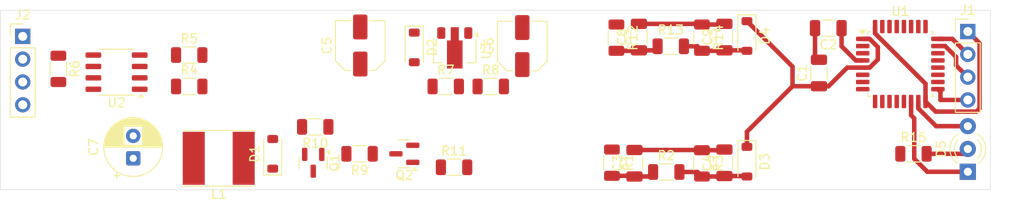
<source format=kicad_pcb>
(kicad_pcb (version 20241229) (generator "pcbnew") (generator_version "9.0")
  (layers (0 "F.Cu" signal) (2 "B.Cu" signal) (13 "F.Paste" user) (15 "B.Paste" user) (5 "F.SilkS" user "F.Silkscreen") (7 "B.SilkS" user "B.Silkscreen") (1 "F.Mask" user) (3 "B.Mask" user) (25 "Edge.Cuts" user))
  (net 0 "")
  (net 1 "+3V3")
  (net 2 "GND")
  (net 3 "Net-(U1-NRST)")
  (net 4 "Net-(C3-Pad1)")
  (net 5 "batt_med_pa0")
  (net 6 "+12V")
  (net 7 "Lion_Batt")
  (net 8 "Net-(C8-Pad1)")
  (net 9 "charger_in_pa1")
  (net 10 "Net-(D1-K)")
  (net 11 "led_red_pa3")
  (net 12 "Net-(D5-K)")
  (net 13 "led_green_pa2")
  (net 14 "Net-(J1-Pin_3)")
  (net 15 "Net-(J1-Pin_2)")
  (net 16 "canl")
  (net 17 "canh")
  (net 18 "Net-(Q1-G)")
  (net 19 "Net-(Q2-C)")
  (net 20 "Net-(Q2-B)")
  (net 21 "Net-(U2-TxD)")
  (net 22 "can_tx_pa12")
  (net 23 "can_rx_pa11")
  (net 24 "Net-(U2-RxD)")
  (net 25 "Net-(U3-ADJ)")
  (net 26 "pwm_out_pa6")
  (net 33 "out_enable_pa7")
  (footprint "Package_QFP:LQFP-32_7x7mm_P0.8mm" (layer "F.Cu") (at 197.5 100.5)
    (property "Reference" "U1" (at 0 -5.88 0) (layer "F.SilkS"))
    (property "Value" "STM32F042K6Tx")
    (fp_line (start -3.61 -3.61) (end -3.61 -3.31) (stroke (width 0.12)) (layer "F.SilkS"))
    (fp_line (start -3.61 3.61) (end -3.61 3.31) (stroke (width 0.12)) (layer "F.SilkS"))
    (fp_line (start -3.31 -3.61) (end -3.61 -3.61) (stroke (width 0.12)) (layer "F.SilkS"))
    (fp_line (start -3.31 3.61) (end -3.61 3.61) (stroke (width 0.12)) (layer "F.SilkS"))
    (fp_line (start 3.31 -3.61) (end 3.61 -3.61) (stroke (width 0.12)) (layer "F.SilkS"))
    (fp_line (start 3.31 3.61) (end 3.61 3.61) (stroke (width 0.12)) (layer "F.SilkS"))
    (fp_line (start 3.61 -3.61) (end 3.61 -3.31) (stroke (width 0.12)) (layer "F.SilkS"))
    (fp_line (start 3.61 3.61) (end 3.61 3.31) (stroke (width 0.12)) (layer "F.SilkS"))
    (fp_poly (pts (xy -4.2125 -3.31) (xy -4.5525 -3.78) (xy -3.8725 -3.78)) (stroke (width 0.12)) (fill yes) (layer "F.SilkS"))
    (pad "1" smd roundrect (at -4.175 -2.8) (size 1.5 0.5) (layers "F.Cu" "F.Mask" "F.Paste") (net 1 "+3V3"))
    (pad "2" smd roundrect (at -4.175 -2) (size 1.5 0.5) (layers "F.Cu" "F.Mask" "F.Paste"))
    (pad "3" smd roundrect (at -4.175 -1.2) (size 1.5 0.5) (layers "F.Cu" "F.Mask" "F.Paste"))
    (pad "4" smd roundrect (at -4.175 -0.4) (size 1.5 0.5) (layers "F.Cu" "F.Mask" "F.Paste") (net 3 "Net-(U1-NRST)"))
    (pad "5" smd roundrect (at -4.175 0.4) (size 1.5 0.5) (layers "F.Cu" "F.Mask" "F.Paste") (net 1 "+3V3"))
    (pad "6" smd roundrect (at -4.175 1.2) (size 1.5 0.5) (layers "F.Cu" "F.Mask" "F.Paste") (net 5 "batt_med_pa0"))
    (pad "7" smd roundrect (at -4.175 2) (size 1.5 0.5) (layers "F.Cu" "F.Mask" "F.Paste") (net 9 "charger_in_pa1"))
    (pad "8" smd roundrect (at -4.175 2.8) (size 1.5 0.5) (layers "F.Cu" "F.Mask" "F.Paste"))
    (pad "9" smd roundrect (at -2.8 4.175) (size 0.5 1.5) (layers "F.Cu" "F.Mask" "F.Paste"))
    (pad "10" smd roundrect (at -2 4.175) (size 0.5 1.5) (layers "F.Cu" "F.Mask" "F.Paste"))
    (pad "11" smd roundrect (at -1.2 4.175) (size 0.5 1.5) (layers "F.Cu" "F.Mask" "F.Paste"))
    (pad "12" smd roundrect (at -0.4 4.175) (size 0.5 1.5) (layers "F.Cu" "F.Mask" "F.Paste") (net 26 "pwm_out_pa6"))
    (pad "13" smd roundrect (at 0.4 4.175) (size 0.5 1.5) (layers "F.Cu" "F.Mask" "F.Paste") (net 33 "out_enable_pa7"))
    (pad "14" smd roundrect (at 1.2 4.175) (size 0.5 1.5) (layers "F.Cu" "F.Mask" "F.Paste") (net 11 "led_red_pa3"))
    (pad "15" smd roundrect (at 2 4.175) (size 0.5 1.5) (layers "F.Cu" "F.Mask" "F.Paste") (net 13 "led_green_pa2"))
    (pad "16" smd roundrect (at 2.8 4.175) (size 0.5 1.5) (layers "F.Cu" "F.Mask" "F.Paste") (net 2 "GND"))
    (pad "17" smd roundrect (at 4.175 2.8) (size 1.5 0.5) (layers "F.Cu" "F.Mask" "F.Paste") (net 1 "+3V3"))
    (pad "18" smd roundrect (at 4.175 2) (size 1.5 0.5) (layers "F.Cu" "F.Mask" "F.Paste"))
    (pad "19" smd roundrect (at 4.175 1.2) (size 1.5 0.5) (layers "F.Cu" "F.Mask" "F.Paste"))
    (pad "20" smd roundrect (at 4.175 0.4) (size 1.5 0.5) (layers "F.Cu" "F.Mask" "F.Paste"))
    (pad "21" smd roundrect (at 4.175 -0.4) (size 1.5 0.5) (layers "F.Cu" "F.Mask" "F.Paste") (net 23 "can_rx_pa11"))
    (pad "22" smd roundrect (at 4.175 -1.2) (size 1.5 0.5) (layers "F.Cu" "F.Mask" "F.Paste") (net 22 "can_tx_pa12"))
    (pad "23" smd roundrect (at 4.175 -2) (size 1.5 0.5) (layers "F.Cu" "F.Mask" "F.Paste") (net 14 "Net-(J1-Pin_3)"))
    (pad "24" smd roundrect (at 4.175 -2.8) (size 1.5 0.5) (layers "F.Cu" "F.Mask" "F.Paste") (net 15 "Net-(J1-Pin_2)"))
    (pad "25" smd roundrect (at 2.8 -4.175) (size 0.5 1.5) (layers "F.Cu" "F.Mask" "F.Paste"))
    (pad "26" smd roundrect (at 2 -4.175) (size 0.5 1.5) (layers "F.Cu" "F.Mask" "F.Paste"))
    (pad "27" smd roundrect (at 1.2 -4.175) (size 0.5 1.5) (layers "F.Cu" "F.Mask" "F.Paste"))
    (pad "28" smd roundrect (at 0.4 -4.175) (size 0.5 1.5) (layers "F.Cu" "F.Mask" "F.Paste"))
    (pad "29" smd roundrect (at -0.4 -4.175) (size 0.5 1.5) (layers "F.Cu" "F.Mask" "F.Paste"))
    (pad "30" smd roundrect (at -1.2 -4.175) (size 0.5 1.5) (layers "F.Cu" "F.Mask" "F.Paste"))
    (pad "31" smd roundrect (at -2 -4.175) (size 0.5 1.5) (layers "F.Cu" "F.Mask" "F.Paste"))
    (pad "32" smd roundrect (at -2.8 -4.175) (size 0.5 1.5) (layers "F.Cu" "F.Mask" "F.Paste") (net 2 "GND"))
  )
  (footprint "Capacitor_SMD:C_1206_3216Metric" (layer "F.Cu") (at 168.46 97.5 90)
    (property "Reference" "C8" (at 0 -1.85 90) (layer "F.SilkS"))
    (property "Value" "10nF")
    (fp_line (start -0.711252 -0.91) (end 0.711252 -0.91) (stroke (width 0.12)) (layer "F.SilkS"))
    (fp_line (start -0.711252 0.91) (end 0.711252 0.91) (stroke (width 0.12)) (layer "F.SilkS"))
    (pad "1" smd roundrect (at -1.475 0 90) (size 1.15 1.8) (layers "F.Cu" "F.Mask" "F.Paste") (roundrect_rratio 0.217391) (net 8 "Net-(C8-Pad1)"))
    (pad "2" smd roundrect (at 1.475 0 90) (size 1.15 1.8) (layers "F.Cu" "F.Mask" "F.Paste") (roundrect_rratio 0.217391) (net 2 "GND"))
  )
  (footprint "Diode_SMD:D_SOD-123" (layer "F.Cu") (at 127.775 110.5 90)
    (property "Reference" "D1" (at 0 -2 90) (layer "F.SilkS"))
    (property "Value" "BAT42W-V")
    (fp_line (start -2.36 -1) (end 1.65 -1) (stroke (width 0.12)) (layer "F.SilkS"))
    (fp_line (start -2.36 -1) (end -2.36 1) (stroke (width 0.12)) (layer "F.SilkS"))
    (fp_line (start -2.36 1) (end 1.65 1) (stroke (width 0.12)) (layer "F.SilkS"))
    (pad "1" smd roundrect (at -1.65 0 90) (size 0.9 1.2) (layers "F.Cu" "F.Mask" "F.Paste") (net 10 "Net-(D1-K)"))
    (pad "2" smd roundrect (at 1.65 0 90) (size 0.9 1.2) (layers "F.Cu" "F.Mask" "F.Paste") (net 2 "GND"))
  )
  (footprint "Resistor_SMD:R_1206_3216Metric" (layer "F.Cu") (at 198.9625 110.5)
    (property "Reference" "R15" (at 0 -1.83 0) (layer "F.SilkS"))
    (property "Value" "470R")
    (fp_line (start -0.727064 -0.91) (end 0.727064 -0.91) (stroke (width 0.12)) (layer "F.SilkS"))
    (fp_line (start -0.727064 0.91) (end 0.727064 0.91) (stroke (width 0.12)) (layer "F.SilkS"))
    (pad "1" smd roundrect (at -1.4625 0) (size 1.125 1.75) (layers "F.Cu" "F.Mask" "F.Paste") (roundrect_rratio 0.222222) (net 2 "GND"))
    (pad "2" smd roundrect (at 1.4625 0) (size 1.125 1.75) (layers "F.Cu" "F.Mask" "F.Paste") (roundrect_rratio 0.222222) (net 12 "Net-(D5-K)"))
  )
  (footprint "Diode_SMD:D_SOD-123" (layer "F.Cu") (at 143.5 98.65 -90)
    (property "Reference" "D2" (at 0 -2 90) (layer "F.SilkS"))
    (property "Value" "BAT42W-V")
    (fp_line (start -2.36 1) (end 1.65 1) (stroke (width 0.12)) (layer "F.SilkS"))
    (fp_line (start -2.36 -1) (end -2.36 1) (stroke (width 0.12)) (layer "F.SilkS"))
    (fp_line (start -2.36 -1) (end 1.65 -1) (stroke (width 0.12)) (layer "F.SilkS"))
    (pad "1" smd roundrect (at -1.65 0 270) (size 0.9 1.2) (layers "F.Cu" "F.Mask" "F.Paste") (net 6 "+12V"))
    (pad "2" smd roundrect (at 1.65 0 270) (size 0.9 1.2) (layers "F.Cu" "F.Mask" "F.Paste") (net 7 "Lion_Batt"))
  )
  (footprint "Package_TO_SOT_SMD:SOT-23" (layer "F.Cu") (at 142.3975 110.5 180)
    (property "Reference" "Q2" (at 0 -2.4 0) (layer "F.SilkS"))
    (property "Value" "BC817")
    (fp_line (start 0 1.56) (end 0.65 1.56) (stroke (width 0.12)) (layer "F.SilkS"))
    (fp_line (start 0 1.56) (end -0.65 1.56) (stroke (width 0.12)) (layer "F.SilkS"))
    (fp_line (start 0 -1.56) (end 0.65 -1.56) (stroke (width 0.12)) (layer "F.SilkS"))
    (fp_line (start 0 -1.56) (end -0.65 -1.56) (stroke (width 0.12)) (layer "F.SilkS"))
    (fp_poly (pts (xy -1.1625 -1.51) (xy -1.4025 -1.84) (xy -0.9225 -1.84)) (stroke (width 0.12)) (fill yes) (layer "F.SilkS"))
    (pad "1" smd roundrect (at -0.9375 -0.95 180) (size 1.475 0.6) (layers "F.Cu" "F.Mask" "F.Paste") (net 20 "Net-(Q2-B)"))
    (pad "2" smd roundrect (at -0.9375 0.95 180) (size 1.475 0.6) (layers "F.Cu" "F.Mask" "F.Paste") (net 2 "GND"))
    (pad "3" smd roundrect (at 0.9375 0 180) (size 1.475 0.6) (layers "F.Cu" "F.Mask" "F.Paste") (net 19 "Net-(Q2-C)"))
  )
  (footprint "Resistor_SMD:R_1206_3216Metric" (layer "F.Cu") (at 118.4975 99.5)
    (property "Reference" "R5" (at 0 -1.83 0) (layer "F.SilkS"))
    (property "Value" "10k")
    (fp_line (start -0.727064 -0.91) (end 0.727064 -0.91) (stroke (width 0.12)) (layer "F.SilkS"))
    (fp_line (start -0.727064 0.91) (end 0.727064 0.91) (stroke (width 0.12)) (layer "F.SilkS"))
    (pad "1" smd roundrect (at -1.4625 0) (size 1.125 1.75) (layers "F.Cu" "F.Mask" "F.Paste") (roundrect_rratio 0.222222) (net 23 "can_rx_pa11"))
    (pad "2" smd roundrect (at 1.4625 0) (size 1.125 1.75) (layers "F.Cu" "F.Mask" "F.Paste") (roundrect_rratio 0.222222) (net 24 "Net-(U2-RxD)"))
  )
  (footprint "Resistor_SMD:R_1206_3216Metric" (layer "F.Cu") (at 151.9975 103)
    (property "Reference" "R8" (at 0 -1.83 0) (layer "F.SilkS"))
    (property "Value" "1k2")
    (fp_line (start -0.727064 -0.91) (end 0.727064 -0.91) (stroke (width 0.12)) (layer "F.SilkS"))
    (fp_line (start -0.727064 0.91) (end 0.727064 0.91) (stroke (width 0.12)) (layer "F.SilkS"))
    (pad "1" smd roundrect (at -1.4625 0) (size 1.125 1.75) (layers "F.Cu" "F.Mask" "F.Paste") (roundrect_rratio 0.222222) (net 25 "Net-(U3-ADJ)"))
    (pad "2" smd roundrect (at 1.4625 0) (size 1.125 1.75) (layers "F.Cu" "F.Mask" "F.Paste") (roundrect_rratio 0.222222) (net 1 "+3V3"))
  )
  (footprint "Resistor_SMD:R_1206_3216Metric" (layer "F.Cu") (at 175.46 111.5625 -90)
    (property "Reference" "R3" (at 0 -1.83 90) (layer "F.SilkS"))
    (property "Value" "1k2")
    (fp_line (start -0.727064 0.91) (end 0.727064 0.91) (stroke (width 0.12)) (layer "F.SilkS"))
    (fp_line (start -0.727064 -0.91) (end 0.727064 -0.91) (stroke (width 0.12)) (layer "F.SilkS"))
    (pad "1" smd roundrect (at -1.4625 0 270) (size 1.125 1.75) (layers "F.Cu" "F.Mask" "F.Paste") (roundrect_rratio 0.222222) (net 2 "GND"))
    (pad "2" smd roundrect (at 1.4625 0 270) (size 1.125 1.75) (layers "F.Cu" "F.Mask" "F.Paste") (roundrect_rratio 0.222222) (net 5 "batt_med_pa0"))
  )
  (footprint "Resistor_SMD:R_1206_3216Metric" (layer "F.Cu") (at 165.96 97.5625 -90)
    (property "Reference" "R12" (at 0 -1.83 90) (layer "F.SilkS"))
    (property "Value" "4k7")
    (fp_line (start -0.727064 0.91) (end 0.727064 0.91) (stroke (width 0.12)) (layer "F.SilkS"))
    (fp_line (start -0.727064 -0.91) (end 0.727064 -0.91) (stroke (width 0.12)) (layer "F.SilkS"))
    (pad "1" smd roundrect (at -1.4625 0 270) (size 1.125 1.75) (layers "F.Cu" "F.Mask" "F.Paste") (roundrect_rratio 0.222222) (net 6 "+12V"))
    (pad "2" smd roundrect (at 1.4625 0 270) (size 1.125 1.75) (layers "F.Cu" "F.Mask" "F.Paste") (roundrect_rratio 0.222222) (net 8 "Net-(C8-Pad1)"))
  )
  (footprint "Capacitor_SMD:C_1206_3216Metric" (layer "F.Cu") (at 188.46 101.5 90)
    (property "Reference" "C1" (at 0 -1.85 90) (layer "F.SilkS"))
    (property "Value" "100nF")
    (fp_line (start -0.711252 -0.91) (end 0.711252 -0.91) (stroke (width 0.12)) (layer "F.SilkS"))
    (fp_line (start -0.711252 0.91) (end 0.711252 0.91) (stroke (width 0.12)) (layer "F.SilkS"))
    (pad "1" smd roundrect (at -1.475 0 90) (size 1.15 1.8) (layers "F.Cu" "F.Mask" "F.Paste") (roundrect_rratio 0.217391) (net 1 "+3V3"))
    (pad "2" smd roundrect (at 1.475 0 90) (size 1.15 1.8) (layers "F.Cu" "F.Mask" "F.Paste") (roundrect_rratio 0.217391) (net 2 "GND"))
  )
  (footprint "Resistor_SMD:R_1206_3216Metric" (layer "F.Cu") (at 165.46 111.4875 -90)
    (property "Reference" "R1" (at 0 -1.83 90) (layer "F.SilkS"))
    (property "Value" "4k7")
    (fp_line (start -0.727064 0.91) (end 0.727064 0.91) (stroke (width 0.12)) (layer "F.SilkS"))
    (fp_line (start -0.727064 -0.91) (end 0.727064 -0.91) (stroke (width 0.12)) (layer "F.SilkS"))
    (pad "1" smd roundrect (at -1.4625 0 270) (size 1.125 1.75) (layers "F.Cu" "F.Mask" "F.Paste") (roundrect_rratio 0.222222) (net 7 "Lion_Batt"))
    (pad "2" smd roundrect (at 1.4625 0 270) (size 1.125 1.75) (layers "F.Cu" "F.Mask" "F.Paste") (roundrect_rratio 0.222222) (net 4 "Net-(C3-Pad1)"))
  )
  (footprint "Package_TO_SOT_SMD:SOT-89-3" (layer "F.Cu") (at 148 99 -90)
    (property "Reference" "U3" (at 0 -3.5 90) (layer "F.SilkS"))
    (property "Value" "LM317L_SOT-89")
    (fp_line (start 1.36 2.36) (end -1.36 2.36) (stroke (width 0.12)) (layer "F.SilkS"))
    (fp_line (start 1.36 1.38) (end 1.36 2.36) (stroke (width 0.12)) (layer "F.SilkS"))
    (fp_line (start 1.36 -1.38) (end 1.36 -2.36) (stroke (width 0.12)) (layer "F.SilkS"))
    (fp_line (start -1.22 -2.36) (end 1.36 -2.36) (stroke (width 0.12)) (layer "F.SilkS"))
    (fp_poly (pts (xy -1.77 -2.21) (xy -2.01 -2.54) (xy -1.53 -2.54) (xy -1.77 -2.21)) (stroke (width 0.12)) (fill yes) (layer "F.SilkS"))
    (pad "1" smd roundrect (at -1.95 -1.5 270) (size 1.3 0.9) (layers "F.Cu" "F.Mask" "F.Paste") (net 25 "Net-(U3-ADJ)"))
    (pad "2" smd custom (at -1.8625 0 270) (size 1.475 0.9) (layers "F.Cu" "F.Mask" "F.Paste") (net 1 "+3V3") (options (clearance outline) (anchor rect)) (primitives (gr_poly (pts (xy 3.8625 0.8665) (xy 0.7375 0.8665) (xy 0.7375 -0.8665) (xy 3.8625 -0.8665)) (width 0) (fill yes))))
    (pad "3" smd roundrect (at -1.95 1.5 270) (size 1.3 0.9) (layers "F.Cu" "F.Mask" "F.Paste") (net 6 "+12V"))
  )
  (footprint "Capacitor_SMD:C_1206_3216Metric" (layer "F.Cu") (at 177.96 97.5 90)
    (property "Reference" "C9" (at 0 -1.85 90) (layer "F.SilkS"))
    (property "Value" "10nF")
    (fp_line (start -0.711252 -0.91) (end 0.711252 -0.91) (stroke (width 0.12)) (layer "F.SilkS"))
    (fp_line (start -0.711252 0.91) (end 0.711252 0.91) (stroke (width 0.12)) (layer "F.SilkS"))
    (pad "1" smd roundrect (at -1.475 0 90) (size 1.15 1.8) (layers "F.Cu" "F.Mask" "F.Paste") (roundrect_rratio 0.217391) (net 9 "charger_in_pa1"))
    (pad "2" smd roundrect (at 1.475 0 90) (size 1.15 1.8) (layers "F.Cu" "F.Mask" "F.Paste") (roundrect_rratio 0.217391) (net 2 "GND"))
  )
  (footprint "Diode_SMD:D_SOD-123" (layer "F.Cu") (at 180.46 111.375 -90)
    (property "Reference" "D3" (at 0 -2 90) (layer "F.SilkS"))
    (property "Value" "BAT42W-V")
    (fp_line (start -2.36 1) (end 1.65 1) (stroke (width 0.12)) (layer "F.SilkS"))
    (fp_line (start -2.36 -1) (end -2.36 1) (stroke (width 0.12)) (layer "F.SilkS"))
    (fp_line (start -2.36 -1) (end 1.65 -1) (stroke (width 0.12)) (layer "F.SilkS"))
    (pad "1" smd roundrect (at -1.65 0 270) (size 0.9 1.2) (layers "F.Cu" "F.Mask" "F.Paste") (net 1 "+3V3"))
    (pad "2" smd roundrect (at 1.65 0 270) (size 0.9 1.2) (layers "F.Cu" "F.Mask" "F.Paste") (net 5 "batt_med_pa0"))
  )
  (footprint "Capacitor_THT:CP_Radial_D6.3mm_P2.50mm" (layer "F.Cu") (at 112.275 111 90)
    (property "Reference" "C7" (at 1.25 -4.4 90) (layer "F.SilkS"))
    (property "Value" "470uF")
    (fp_line (start 1.29 -3.23) (end 1.29 3.23) (stroke (width 0.12)) (layer "F.SilkS"))
    (fp_line (start 1.25 -3.23) (end 1.25 3.23) (stroke (width 0.12)) (layer "F.SilkS"))
    (fp_line (start 1.33 -3.229) (end 1.33 3.229) (stroke (width 0.12)) (layer "F.SilkS"))
    (fp_line (start 1.37 -3.228) (end 1.37 3.228) (stroke (width 0.12)) (layer "F.SilkS"))
    (fp_line (start 1.41 -3.226) (end 1.41 3.226) (stroke (width 0.12)) (layer "F.SilkS"))
    (fp_line (start 1.45 -3.224) (end 1.45 3.224) (stroke (width 0.12)) (layer "F.SilkS"))
    (fp_line (start 1.49 -3.221) (end 1.49 -1.04) (stroke (width 0.12)) (layer "F.SilkS"))
    (fp_line (start 1.53 -3.218) (end 1.53 -1.04) (stroke (width 0.12)) (layer "F.SilkS"))
    (fp_line (start 1.57 -3.214) (end 1.57 -1.04) (stroke (width 0.12)) (layer "F.SilkS"))
    (fp_line (start 1.61 -3.21) (end 1.61 -1.04) (stroke (width 0.12)) (layer "F.SilkS"))
    (fp_line (start 1.65 -3.205) (end 1.65 -1.04) (stroke (width 0.12)) (layer "F.SilkS"))
    (fp_line (start 1.69 -3.2) (end 1.69 -1.04) (stroke (width 0.12)) (layer "F.SilkS"))
    (fp_line (start 1.73 -3.195) (end 1.73 -1.04) (stroke (width 0.12)) (layer "F.SilkS"))
    (fp_line (start 1.77 -3.188) (end 1.77 -1.04) (stroke (width 0.12)) (layer "F.SilkS"))
    (fp_line (start 1.81 -3.182) (end 1.81 -1.04) (stroke (width 0.12)) (layer "F.SilkS"))
    (fp_line (start 1.85 -3.174) (end 1.85 -1.04) (stroke (width 0.12)) (layer "F.SilkS"))
    (fp_line (start 1.89 -3.167) (end 1.89 -1.04) (stroke (width 0.12)) (layer "F.SilkS"))
    (fp_line (start 1.93 -3.159) (end 1.93 -1.04) (stroke (width 0.12)) (layer "F.SilkS"))
    (fp_line (start 1.97 -3.15) (end 1.97 -1.04) (stroke (width 0.12)) (layer "F.SilkS"))
    (fp_line (start 2.01 -3.14) (end 2.01 -1.04) (stroke (width 0.12)) (layer "F.SilkS"))
    (fp_line (start 2.05 -3.131) (end 2.05 -1.04) (stroke (width 0.12)) (layer "F.SilkS"))
    (fp_line (start 2.09 -3.12) (end 2.09 -1.04) (stroke (width 0.12)) (layer "F.SilkS"))
    (fp_line (start 2.13 -3.109) (end 2.13 -1.04) (stroke (width 0.12)) (layer "F.SilkS"))
    (fp_line (start 2.17 -3.098) (end 2.17 -1.04) (stroke (width 0.12)) (layer "F.SilkS"))
    (fp_line (start 2.21 -3.086) (end 2.21 -1.04) (stroke (width 0.12)) (layer "F.SilkS"))
    (fp_line (start 2.25 -3.073) (end 2.25 -1.04) (stroke (width 0.12)) (layer "F.SilkS"))
    (fp_line (start 2.29 -3.06) (end 2.29 -1.04) (stroke (width 0.12)) (layer "F.SilkS"))
    (fp_line (start 2.33 -3.047) (end 2.33 -1.04) (stroke (width 0.12)) (layer "F.SilkS"))
    (fp_line (start 2.37 -3.032) (end 2.37 -1.04) (stroke (width 0.12)) (layer "F.SilkS"))
    (fp_line (start 2.41 -3.017) (end 2.41 -1.04) (stroke (width 0.12)) (layer "F.SilkS"))
    (fp_line (start 2.45 -3.002) (end 2.45 -1.04) (stroke (width 0.12)) (layer "F.SilkS"))
    (fp_line (start 2.49 -2.986) (end 2.49 -1.04) (stroke (width 0.12)) (layer "F.SilkS"))
    (fp_line (start 2.53 -2.969) (end 2.53 -1.04) (stroke (width 0.12)) (layer "F.SilkS"))
    (fp_line (start 2.57 -2.952) (end 2.57 -1.04) (stroke (width 0.12)) (layer "F.SilkS"))
    (fp_line (start 2.61 -2.934) (end 2.61 -1.04) (stroke (width 0.12)) (layer "F.SilkS"))
    (fp_line (start 2.65 -2.915) (end 2.65 -1.04) (stroke (width 0.12)) (layer "F.SilkS"))
    (fp_line (start 2.69 -2.896) (end 2.69 -1.04) (stroke (width 0.12)) (layer "F.SilkS"))
    (fp_line (start 2.73 -2.876) (end 2.73 -1.04) (stroke (width 0.12)) (layer "F.SilkS"))
    (fp_line (start 2.77 -2.855) (end 2.77 -1.04) (stroke (width 0.12)) (layer "F.SilkS"))
    (fp_line (start 2.81 -2.834) (end 2.81 -1.04) (stroke (width 0.12)) (layer "F.SilkS"))
    (fp_line (start 2.85 -2.812) (end 2.85 -1.04) (stroke (width 0.12)) (layer "F.SilkS"))
    (fp_line (start 2.89 -2.789) (end 2.89 -1.04) (stroke (width 0.12)) (layer "F.SilkS"))
    (fp_line (start 2.93 -2.765) (end 2.93 -1.04) (stroke (width 0.12)) (layer "F.SilkS"))
    (fp_line (start 2.97 -2.741) (end 2.97 -1.04) (stroke (width 0.12)) (layer "F.SilkS"))
    (fp_line (start 3.01 -2.716) (end 3.01 -1.04) (stroke (width 0.12)) (layer "F.SilkS"))
    (fp_line (start 3.05 -2.69) (end 3.05 -1.04) (stroke (width 0.12)) (layer "F.SilkS"))
    (fp_line (start 3.09 -2.663) (end 3.09 -1.04) (stroke (width 0.12)) (layer "F.SilkS"))
    (fp_line (start 3.13 -2.636) (end 3.13 -1.04) (stroke (width 0.12)) (layer "F.SilkS"))
    (fp_line (start 3.17 -2.607) (end 3.17 -1.04) (stroke (width 0.12)) (layer "F.SilkS"))
    (fp_line (start 3.21 -2.577) (end 3.21 -1.04) (stroke (width 0.12)) (layer "F.SilkS"))
    (fp_line (start 3.25 -2.547) (end 3.25 -1.04) (stroke (width 0.12)) (layer "F.SilkS"))
    (fp_line (start 3.29 -2.516) (end 3.29 -1.04) (stroke (width 0.12)) (layer "F.SilkS"))
    (fp_line (start 3.33 -2.483) (end 3.33 -1.04) (stroke (width 0.12)) (layer "F.SilkS"))
    (fp_line (start 3.37 -2.45) (end 3.37 -1.04) (stroke (width 0.12)) (layer "F.SilkS"))
    (fp_line (start 3.41 -2.415) (end 3.41 -1.04) (stroke (width 0.12)) (layer "F.SilkS"))
    (fp_line (start 3.45 -2.379) (end 3.45 -1.04) (stroke (width 0.12)) (layer "F.SilkS"))
    (fp_line (start 3.49 -2.342) (end 3.49 -1.04) (stroke (width 0.12)) (layer "F.SilkS"))
    (fp_line (start 3.53 -2.304) (end 3.53 -1.04) (stroke (width 0.12)) (layer "F.SilkS"))
    (fp_line (start 3.57 -2.264) (end 3.57 2.264) (stroke (width 0.12)) (layer "F.SilkS"))
    (fp_line (start 3.61 -2.223) (end 3.61 2.223) (stroke (width 0.12)) (layer "F.SilkS"))
    (fp_line (start 3.65 -2.181) (end 3.65 2.181) (stroke (width 0.12)) (layer "F.SilkS"))
    (fp_line (start -1.935241 -2.154) (end -1.935241 -1.524) (stroke (width 0.12)) (layer "F.SilkS"))
    (fp_line (start 3.69 -2.137) (end 3.69 2.137) (stroke (width 0.12)) (layer "F.SilkS"))
    (fp_line (start 3.73 -2.091) (end 3.73 2.091) (stroke (width 0.12)) (layer "F.SilkS"))
    (fp_line (start 3.77 -2.044) (end 3.77 2.044) (stroke (width 0.12)) (layer "F.SilkS"))
    (fp_line (start 3.81 -1.995) (end 3.81 1.995) (stroke (width 0.12)) (layer "F.SilkS"))
    (fp_line (start 3.85 -1.943) (end 3.85 1.943) (stroke (width 0.12)) (layer "F.SilkS"))
    (fp_line (start 3.89 -1.89) (end 3.89 1.89) (stroke (width 0.12)) (layer "F.SilkS"))
    (fp_line (start -2.250241 -1.839) (end -1.620241 -1.839) (stroke (width 0.12)) (layer "F.SilkS"))
    (fp_line (start 3.93 -1.834) (end 3.93 1.834) (stroke (width 0.12)) (layer "F.SilkS"))
    (fp_line (start 3.97 -1.775) (end 3.97 1.775) (stroke (width 0.12)) (layer "F.SilkS"))
    (fp_line (start 4.01 -1.714) (end 4.01 1.714) (stroke (width 0.12)) (layer "F.SilkS"))
    (fp_line (start 4.05 -1.649) (end 4.05 1.649) (stroke (width 0.12)) (layer "F.SilkS"))
    (fp_line (start 4.09 -1.581) (end 4.09 1.581) (stroke (width 0.12)) (layer "F.SilkS"))
    (fp_line (start 4.13 -1.509) (end 4.13 1.509) (stroke (width 0.12)) (layer "F.SilkS"))
    (fp_line (start 4.17 -1.432) (end 4.17 1.432) (stroke (width 0.12)) (layer "F.SilkS"))
    (fp_line (start 4.21 -1.35) (end 4.21 1.35) (stroke (width 0.12)) (layer "F.SilkS"))
    (fp_line (start 4.25 -1.261) (end 4.25 1.261) (stroke (width 0.12)) (layer "F.SilkS"))
    (fp_line (start 4.29 -1.165) (end 4.29 1.165) (stroke (width 0.12)) (layer "F.SilkS"))
    (fp_line (start 4.33 -1.058) (end 4.33 1.058) (stroke (width 0.12)) (layer "F.SilkS"))
    (fp_line (start 4.37 -0.939) (end 4.37 0.939) (stroke (width 0.12)) (layer "F.SilkS"))
    (fp_line (start 4.41 -0.801) (end 4.41 0.801) (stroke (width 0.12)) (layer "F.SilkS"))
    (fp_line (start 4.45 -0.633) (end 4.45 0.633) (stroke (width 0.12)) (layer "F.SilkS"))
    (fp_line (start 4.49 -0.402) (end 4.49 0.402) (stroke (width 0.12)) (layer "F.SilkS"))
    (fp_line (start 3.53 1.04) (end 3.53 2.304) (stroke (width 0.12)) (layer "F.SilkS"))
    (fp_line (start 3.49 1.04) (end 3.49 2.342) (stroke (width 0.12)) (layer "F.SilkS"))
    (fp_line (start 3.45 1.04) (end 3.45 2.379) (stroke (width 0.12)) (layer "F.SilkS"))
    (fp_line (start 3.41 1.04) (end 3.41 2.415) (stroke (width 0.12)) (layer "F.SilkS"))
    (fp_line (start 3.37 1.04) (end 3.37 2.45) (stroke (width 0.12)) (layer "F.SilkS"))
    (fp_line (start 3.33 1.04) (end 3.33 2.483) (stroke (width 0.12)) (layer "F.SilkS"))
    (fp_line (start 3.29 1.04) (end 3.29 2.516) (stroke (width 0.12)) (layer "F.SilkS"))
    (fp_line (start 3.25 1.04) (end 3.25 2.547) (stroke (width 0.12)) (layer "F.SilkS"))
    (fp_line (start 3.21 1.04) (end 3.21 2.577) (stroke (width 0.12)) (layer "F.SilkS"))
    (fp_line (start 3.17 1.04) (end 3.17 2.607) (stroke (width 0.12)) (layer "F.SilkS"))
    (fp_line (start 3.13 1.04) (end 3.13 2.636) (stroke (width 0.12)) (layer "F.SilkS"))
    (fp_line (start 3.09 1.04) (end 3.09 2.663) (stroke (width 0.12)) (layer "F.SilkS"))
    (fp_line (start 3.05 1.04) (end 3.05 2.69) (stroke (width 0.12)) (layer "F.SilkS"))
    (fp_line (start 3.01 1.04) (end 3.01 2.716) (stroke (width 0.12)) (layer "F.SilkS"))
    (fp_line (start 2.97 1.04) (end 2.97 2.741) (stroke (width 0.12)) (layer "F.SilkS"))
    (fp_line (start 2.93 1.04) (end 2.93 2.765) (stroke (width 0.12)) (layer "F.SilkS"))
    (fp_line (start 2.89 1.04) (end 2.89 2.789) (stroke (width 0.12)) (layer "F.SilkS"))
    (fp_line (start 2.85 1.04) (end 2.85 2.812) (stroke (width 0.12)) (layer "F.SilkS"))
    (fp_line (start 2.81 1.04) (end 2.81 2.834) (stroke (width 0.12)) (layer "F.SilkS"))
    (fp_line (start 2.77 1.04) (end 2.77 2.855) (stroke (width 0.12)) (layer "F.SilkS"))
    (fp_line (start 2.73 1.04) (end 2.73 2.876) (stroke (width 0.12)) (layer "F.SilkS"))
    (fp_line (start 2.69 1.04) (end 2.69 2.896) (stroke (width 0.12)) (layer "F.SilkS"))
    (fp_line (start 2.65 1.04) (end 2.65 2.915) (stroke (width 0.12)) (layer "F.SilkS"))
    (fp_line (start 2.61 1.04) (end 2.61 2.934) (stroke (width 0.12)) (layer "F.SilkS"))
    (fp_line (start 2.57 1.04) (end 2.57 2.952) (stroke (width 0.12)) (layer "F.SilkS"))
    (fp_line (start 2.53 1.04) (end 2.53 2.969) (stroke (width 0.12)) (layer "F.SilkS"))
    (fp_line (start 2.49 1.04) (end 2.49 2.986) (stroke (width 0.12)) (layer "F.SilkS"))
    (fp_line (start 2.45 1.04) (end 2.45 3.002) (stroke (width 0.12)) (layer "F.SilkS"))
    (fp_line (start 2.41 1.04) (end 2.41 3.017) (stroke (width 0.12)) (layer "F.SilkS"))
    (fp_line (start 2.37 1.04) (end 2.37 3.032) (stroke (width 0.12)) (layer "F.SilkS"))
    (fp_line (start 2.33 1.04) (end 2.33 3.047) (stroke (width 0.12)) (layer "F.SilkS"))
    (fp_line (start 2.29 1.04) (end 2.29 3.06) (stroke (width 0.12)) (layer "F.SilkS"))
    (fp_line (start 2.25 1.04) (end 2.25 3.073) (stroke (width 0.12)) (layer "F.SilkS"))
    (fp_line (start 2.21 1.04) (end 2.21 3.086) (stroke (width 0.12)) (layer "F.SilkS"))
    (fp_line (start 2.17 1.04) (end 2.17 3.098) (stroke (width 0.12)) (layer "F.SilkS"))
    (fp_line (start 2.13 1.04) (end 2.13 3.109) (stroke (width 0.12)) (layer "F.SilkS"))
    (fp_line (start 2.09 1.04) (end 2.09 3.12) (stroke (width 0.12)) (layer "F.SilkS"))
    (fp_line (start 2.05 1.04) (end 2.05 3.131) (stroke (width 0.12)) (layer "F.SilkS"))
    (fp_line (start 2.01 1.04) (end 2.01 3.14) (stroke (width 0.12)) (layer "F.SilkS"))
    (fp_line (start 1.97 1.04) (end 1.97 3.15) (stroke (width 0.12)) (layer "F.SilkS"))
    (fp_line (start 1.93 1.04) (end 1.93 3.159) (stroke (width 0.12)) (layer "F.SilkS"))
    (fp_line (start 1.89 1.04) (end 1.89 3.167) (stroke (width 0.12)) (layer "F.SilkS"))
    (fp_line (start 1.85 1.04) (end 1.85 3.174) (stroke (width 0.12)) (layer "F.SilkS"))
    (fp_line (start 1.81 1.04) (end 1.81 3.182) (stroke (width 0.12)) (layer "F.SilkS"))
    (fp_line (start 1.77 1.04) (end 1.77 3.188) (stroke (width 0.12)) (layer "F.SilkS"))
    (fp_line (start 1.73 1.04) (end 1.73 3.195) (stroke (width 0.12)) (layer "F.SilkS"))
    (fp_line (start 1.69 1.04) (end 1.69 3.2) (stroke (width 0.12)) (layer "F.SilkS"))
    (fp_line (start 1.65 1.04) (end 1.65 3.205) (stroke (width 0.12)) (layer "F.SilkS"))
    (fp_line (start 1.61 1.04) (end 1.61 3.21) (stroke (width 0.12)) (layer "F.SilkS"))
    (fp_line (start 1.57 1.04) (end 1.57 3.214) (stroke (width 0.12)) (layer "F.SilkS"))
    (fp_line (start 1.53 1.04) (end 1.53 3.218) (stroke (width 0.12)) (layer "F.SilkS"))
    (fp_line (start 1.49 1.04) (end 1.49 3.221) (stroke (width 0.12)) (layer "F.SilkS"))
    (fp_circle (center 1.25 0) (end 4.52 0) (stroke (width 0.12)) (fill no) (layer "F.SilkS"))
    (pad "1" thru_hole roundrect (at 0 0 90) (size 1.6 1.6) (drill 0.8) (layers "*.Cu" "*.Mask") (roundrect_rratio 0.15625) (net 7 "Lion_Batt"))
    (pad "2" thru_hole circle (at 2.5 0 90) (size 1.6 1.6) (drill 0.8) (layers "*.Cu" "*.Mask") (net 2 "GND"))
  )
  (footprint "Capacitor_SMD:C_1206_3216Metric" (layer "F.Cu") (at 177.96 111.5 90)
    (property "Reference" "C4" (at 0 -1.85 90) (layer "F.SilkS"))
    (property "Value" "10nF")
    (fp_line (start -0.711252 -0.91) (end 0.711252 -0.91) (stroke (width 0.12)) (layer "F.SilkS"))
    (fp_line (start -0.711252 0.91) (end 0.711252 0.91) (stroke (width 0.12)) (layer "F.SilkS"))
    (pad "1" smd roundrect (at -1.475 0 90) (size 1.15 1.8) (layers "F.Cu" "F.Mask" "F.Paste") (roundrect_rratio 0.217391) (net 5 "batt_med_pa0"))
    (pad "2" smd roundrect (at 1.475 0 90) (size 1.15 1.8) (layers "F.Cu" "F.Mask" "F.Paste") (roundrect_rratio 0.217391) (net 2 "GND"))
  )
  (footprint "Package_SO:SO-8_3.9x4.9mm_P1.27mm" (layer "F.Cu") (at 110.425 101.405 180)
    (property "Reference" "U2" (at 0 -3.4 0) (layer "F.SilkS"))
    (property "Value" "PCA82C251")
    (fp_line (start 0 2.56) (end 1.95 2.56) (stroke (width 0.12)) (layer "F.SilkS"))
    (fp_line (start 0 2.56) (end -1.95 2.56) (stroke (width 0.12)) (layer "F.SilkS"))
    (fp_line (start 0 -2.56) (end 1.95 -2.56) (stroke (width 0.12)) (layer "F.SilkS"))
    (fp_line (start 0 -2.56) (end -1.95 -2.56) (stroke (width 0.12)) (layer "F.SilkS"))
    (fp_poly (pts (xy -2.7 -2.465) (xy -2.94 -2.795) (xy -2.46 -2.795)) (stroke (width 0.12)) (fill yes) (layer "F.SilkS"))
    (pad "1" smd roundrect (at -2.575 -1.905 180) (size 1.75 0.6) (layers "F.Cu" "F.Mask" "F.Paste") (net 21 "Net-(U2-TxD)"))
    (pad "2" smd roundrect (at -2.575 -0.635 180) (size 1.75 0.6) (layers "F.Cu" "F.Mask" "F.Paste") (net 2 "GND"))
    (pad "3" smd roundrect (at -2.575 0.635 180) (size 1.75 0.6) (layers "F.Cu" "F.Mask" "F.Paste") (net 1 "+3V3"))
    (pad "4" smd roundrect (at -2.575 1.905 180) (size 1.75 0.6) (layers "F.Cu" "F.Mask" "F.Paste") (net 24 "Net-(U2-RxD)"))
    (pad "5" smd roundrect (at 2.575 1.905 180) (size 1.75 0.6) (layers "F.Cu" "F.Mask" "F.Paste"))
    (pad "6" smd roundrect (at 2.575 0.635 180) (size 1.75 0.6) (layers "F.Cu" "F.Mask" "F.Paste") (net 16 "canl"))
    (pad "7" smd roundrect (at 2.575 -0.635 180) (size 1.75 0.6) (layers "F.Cu" "F.Mask" "F.Paste") (net 17 "canh"))
    (pad "8" smd roundrect (at 2.575 -1.905 180) (size 1.75 0.6) (layers "F.Cu" "F.Mask" "F.Paste"))
  )
  (footprint "Connector_PinHeader_2.54mm:PinHeader_1x04_P2.54mm_Vertical" (layer "F.Cu") (at 100 97.42)
    (property "Reference" "J2" (at 0 -2.38 0) (layer "F.SilkS"))
    (property "Value" "Conn_01x04_Pin")
    (fp_line (start -1.38 -1.38) (end 0 -1.38) (stroke (width 0.12)) (layer "F.SilkS"))
    (fp_line (start -1.38 0) (end -1.38 -1.38) (stroke (width 0.12)) (layer "F.SilkS"))
    (fp_line (start -1.38 1.27) (end -1.38 9) (stroke (width 0.12)) (layer "F.SilkS"))
    (fp_line (start -1.38 1.27) (end 1.38 1.27) (stroke (width 0.12)) (layer "F.SilkS"))
    (fp_line (start -1.38 9) (end 1.38 9) (stroke (width 0.12)) (layer "F.SilkS"))
    (fp_line (start 1.38 1.27) (end 1.38 9) (stroke (width 0.12)) (layer "F.SilkS"))
    (pad "1" thru_hole rect (at 0 0) (size 1.7 1.7) (drill 1) (layers "*.Cu" "*.Mask") (net 16 "canl"))
    (pad "2" thru_hole circle (at 0 2.54) (size 1.7 1.7) (drill 1) (layers "*.Cu" "*.Mask") (net 16 "canl"))
    (pad "3" thru_hole circle (at 0 5.08) (size 1.7 1.7) (drill 1) (layers "*.Cu" "*.Mask") (net 17 "canh"))
    (pad "4" thru_hole circle (at 0 7.62) (size 1.7 1.7) (drill 1) (layers "*.Cu" "*.Mask") (net 17 "canh"))
  )
  (footprint "Capacitor_SMD:C_1206_3216Metric" (layer "F.Cu") (at 189.5 96.5 180)
    (property "Reference" "C2" (at 0 -1.85 0) (layer "F.SilkS"))
    (property "Value" "10nF")
    (fp_line (start -0.711252 0.91) (end 0.711252 0.91) (stroke (width 0.12)) (layer "F.SilkS"))
    (fp_line (start -0.711252 -0.91) (end 0.711252 -0.91) (stroke (width 0.12)) (layer "F.SilkS"))
    (pad "1" smd roundrect (at -1.475 0 180) (size 1.15 1.8) (layers "F.Cu" "F.Mask" "F.Paste") (roundrect_rratio 0.217391) (net 3 "Net-(U1-NRST)"))
    (pad "2" smd roundrect (at 1.475 0 180) (size 1.15 1.8) (layers "F.Cu" "F.Mask" "F.Paste") (roundrect_rratio 0.217391) (net 2 "GND"))
  )
  (footprint "Resistor_SMD:R_1206_3216Metric" (layer "F.Cu") (at 118.4975 103)
    (property "Reference" "R4" (at 0 -1.83 0) (layer "F.SilkS"))
    (property "Value" "10k")
    (fp_line (start -0.727064 -0.91) (end 0.727064 -0.91) (stroke (width 0.12)) (layer "F.SilkS"))
    (fp_line (start -0.727064 0.91) (end 0.727064 0.91) (stroke (width 0.12)) (layer "F.SilkS"))
    (pad "1" smd roundrect (at -1.4625 0) (size 1.125 1.75) (layers "F.Cu" "F.Mask" "F.Paste") (roundrect_rratio 0.222222) (net 22 "can_tx_pa12"))
    (pad "2" smd roundrect (at 1.4625 0) (size 1.125 1.75) (layers "F.Cu" "F.Mask" "F.Paste") (roundrect_rratio 0.222222) (net 21 "Net-(U2-TxD)"))
  )
  (footprint "Connector_PinHeader_2.54mm:PinHeader_1x04_P2.54mm_Vertical" (layer "F.Cu") (at 205 96.88)
    (property "Reference" "J1" (at 0 -2.38 0) (layer "F.SilkS"))
    (property "Value" "Conn_01x04_Pin")
    (fp_line (start -1.38 -1.38) (end 0 -1.38) (stroke (width 0.12)) (layer "F.SilkS"))
    (fp_line (start -1.38 0) (end -1.38 -1.38) (stroke (width 0.12)) (layer "F.SilkS"))
    (fp_line (start -1.38 1.27) (end -1.38 9) (stroke (width 0.12)) (layer "F.SilkS"))
    (fp_line (start -1.38 1.27) (end 1.38 1.27) (stroke (width 0.12)) (layer "F.SilkS"))
    (fp_line (start -1.38 9) (end 1.38 9) (stroke (width 0.12)) (layer "F.SilkS"))
    (fp_line (start 1.38 1.27) (end 1.38 9) (stroke (width 0.12)) (layer "F.SilkS"))
    (pad "1" thru_hole rect (at 0 0) (size 1.7 1.7) (drill 1) (layers "*.Cu" "*.Mask") (net 2 "GND"))
    (pad "2" thru_hole circle (at 0 2.54) (size 1.7 1.7) (drill 1) (layers "*.Cu" "*.Mask") (net 15 "Net-(J1-Pin_2)"))
    (pad "3" thru_hole circle (at 0 5.08) (size 1.7 1.7) (drill 1) (layers "*.Cu" "*.Mask") (net 14 "Net-(J1-Pin_3)"))
    (pad "4" thru_hole circle (at 0 7.62) (size 1.7 1.7) (drill 1) (layers "*.Cu" "*.Mask") (net 1 "+3V3"))
  )
  (footprint "Resistor_SMD:R_1206_3216Metric" (layer "F.Cu") (at 171.9975 98.525)
    (property "Reference" "R13" (at 0 -1.83 0) (layer "F.SilkS"))
    (property "Value" "4k7")
    (fp_line (start -0.727064 -0.91) (end 0.727064 -0.91) (stroke (width 0.12)) (layer "F.SilkS"))
    (fp_line (start -0.727064 0.91) (end 0.727064 0.91) (stroke (width 0.12)) (layer "F.SilkS"))
    (pad "1" smd roundrect (at -1.4625 0) (size 1.125 1.75) (layers "F.Cu" "F.Mask" "F.Paste") (roundrect_rratio 0.222222) (net 8 "Net-(C8-Pad1)"))
    (pad "2" smd roundrect (at 1.4625 0) (size 1.125 1.75) (layers "F.Cu" "F.Mask" "F.Paste") (roundrect_rratio 0.222222) (net 9 "charger_in_pa1"))
  )
  (footprint "Resistor_SMD:R_1206_3216Metric" (layer "F.Cu") (at 147.9225 112)
    (property "Reference" "R11" (at 0 -1.83 0) (layer "F.SilkS"))
    (property "Value" "1k")
    (fp_line (start -0.727064 -0.91) (end 0.727064 -0.91) (stroke (width 0.12)) (layer "F.SilkS"))
    (fp_line (start -0.727064 0.91) (end 0.727064 0.91) (stroke (width 0.12)) (layer "F.SilkS"))
    (pad "1" smd roundrect (at -1.4625 0) (size 1.125 1.75) (layers "F.Cu" "F.Mask" "F.Paste") (roundrect_rratio 0.222222) (net 20 "Net-(Q2-B)"))
    (pad "2" smd roundrect (at 1.4625 0) (size 1.125 1.75) (layers "F.Cu" "F.Mask" "F.Paste") (roundrect_rratio 0.222222) (net 26 "pwm_out_pa6"))
  )
  (footprint "Package_TO_SOT_SMD:SOT-23" (layer "F.Cu") (at 132.275 111.5 -90)
    (property "Reference" "Q1" (at 0 -2.4 90) (layer "F.SilkS"))
    (property "Value" "Si2319CDS")
    (fp_line (start 0 1.56) (end -0.65 1.56) (stroke (width 0.12)) (layer "F.SilkS"))
    (fp_line (start 0 1.56) (end 0.65 1.56) (stroke (width 0.12)) (layer "F.SilkS"))
    (fp_line (start 0 -1.56) (end -0.65 -1.56) (stroke (width 0.12)) (layer "F.SilkS"))
    (fp_line (start 0 -1.56) (end 0.65 -1.56) (stroke (width 0.12)) (layer "F.SilkS"))
    (fp_poly (pts (xy -1.1625 -1.51) (xy -1.4025 -1.84) (xy -0.9225 -1.84)) (stroke (width 0.12)) (fill yes) (layer "F.SilkS"))
    (pad "1" smd roundrect (at -0.9375 -0.95 270) (size 1.475 0.6) (layers "F.Cu" "F.Mask" "F.Paste") (net 18 "Net-(Q1-G)"))
    (pad "2" smd roundrect (at -0.9375 0.95 270) (size 1.475 0.6) (layers "F.Cu" "F.Mask" "F.Paste") (net 6 "+12V"))
    (pad "3" smd roundrect (at 0.9375 0 270) (size 1.475 0.6) (layers "F.Cu" "F.Mask" "F.Paste") (net 10 "Net-(D1-K)"))
  )
  (footprint "Inductor_SMD:L_Taiyo-Yuden_NR-60xx_HandSoldering" (layer "F.Cu") (at 121.775 111 180)
    (property "Reference" "L1" (at 0 -4 180) (layer "F.SilkS"))
    (property "Value" "680uH")
    (fp_line (start -4 3.1) (end 4 3.1) (stroke (width 0.12)) (layer "F.SilkS"))
    (fp_line (start -4 -3.1) (end 4 -3.1) (stroke (width 0.12)) (layer "F.SilkS"))
    (pad "1" smd rect (at -2.775 0 180) (size 2.45 5.9) (layers "F.Cu" "F.Mask" "F.Paste") (net 10 "Net-(D1-K)"))
    (pad "2" smd rect (at 2.775 0 180) (size 2.45 5.9) (layers "F.Cu" "F.Mask" "F.Paste") (net 7 "Lion_Batt"))
  )
  (footprint "Resistor_SMD:R_1206_3216Metric" (layer "F.Cu") (at 146.9975 103)
    (property "Reference" "R7" (at 0 -1.83 0) (layer "F.SilkS"))
    (property "Value" "1k9")
    (fp_line (start -0.727064 -0.91) (end 0.727064 -0.91) (stroke (width 0.12)) (layer "F.SilkS"))
    (fp_line (start -0.727064 0.91) (end 0.727064 0.91) (stroke (width 0.12)) (layer "F.SilkS"))
    (pad "1" smd roundrect (at -1.4625 0) (size 1.125 1.75) (layers "F.Cu" "F.Mask" "F.Paste") (roundrect_rratio 0.222222) (net 2 "GND"))
    (pad "2" smd roundrect (at 1.4625 0) (size 1.125 1.75) (layers "F.Cu" "F.Mask" "F.Paste") (roundrect_rratio 0.222222) (net 25 "Net-(U3-ADJ)"))
  )
  (footprint "Diode_SMD:D_SOD-123" (layer "F.Cu") (at 180.46 97.375 -90)
    (property "Reference" "D4" (at 0 -2 90) (layer "F.SilkS"))
    (property "Value" "BAT42W-V")
    (fp_line (start -2.36 1) (end 1.65 1) (stroke (width 0.12)) (layer "F.SilkS"))
    (fp_line (start -2.36 -1) (end -2.36 1) (stroke (width 0.12)) (layer "F.SilkS"))
    (fp_line (start -2.36 -1) (end 1.65 -1) (stroke (width 0.12)) (layer "F.SilkS"))
    (pad "1" smd roundrect (at -1.65 0 270) (size 0.9 1.2) (layers "F.Cu" "F.Mask" "F.Paste") (net 1 "+3V3"))
    (pad "2" smd roundrect (at 1.65 0 270) (size 0.9 1.2) (layers "F.Cu" "F.Mask" "F.Paste") (net 9 "charger_in_pa1"))
  )
  (footprint "LED_THT:LED_D3.0mm-3" (layer "F.Cu") (at 205 112.5 90)
    (property "Reference" "D5" (at 2.54 -2.96 90) (layer "F.SilkS"))
    (property "Value" "LED_Dual_AKA")
    (fp_line (start 0.98 -1.236) (end 0.98 -1.08) (stroke (width 0.12)) (layer "F.SilkS"))
    (fp_line (start 0.98 1.08) (end 0.98 1.236) (stroke (width 0.12)) (layer "F.SilkS"))
    (fp_arc (start 0.98 -1.235516) (mid 2.63566 -1.987699) (end 4.211437 -1.08) (stroke (width 0.12)) (layer "F.SilkS"))
    (fp_arc (start 1.499039 -1.08) (mid 2.54 -1.5) (end 3.580961 -1.08) (stroke (width 0.12)) (layer "F.SilkS"))
    (fp_arc (start 4.211437 1.08) (mid 2.63566 1.987699) (end 0.98 1.235516) (stroke (width 0.12)) (layer "F.SilkS"))
    (fp_arc (start 3.580961 1.08) (mid 2.54 1.5) (end 1.499039 1.08) (stroke (width 0.12)) (layer "F.SilkS"))
    (pad "1" thru_hole rect (at 0 0 90) (size 1.8 1.8) (drill 0.9) (layers "*.Cu" "*.Mask") (net 11 "led_red_pa3"))
    (pad "2" thru_hole circle (at 2.54 0 90) (size 1.8 1.8) (drill 0.9) (layers "*.Cu" "*.Mask") (net 12 "Net-(D5-K)"))
    (pad "3" thru_hole circle (at 5.08 0 90) (size 1.8 1.8) (drill 0.9) (layers "*.Cu" "*.Mask") (net 13 "led_green_pa2"))
  )
  (footprint "Resistor_SMD:R_1206_3216Metric" (layer "F.Cu") (at 103.96 101.0375 -90)
    (property "Reference" "R6" (at 0 -1.83 90) (layer "F.SilkS"))
    (property "Value" "120R")
    (fp_line (start -0.727064 0.91) (end 0.727064 0.91) (stroke (width 0.12)) (layer "F.SilkS"))
    (fp_line (start -0.727064 -0.91) (end 0.727064 -0.91) (stroke (width 0.12)) (layer "F.SilkS"))
    (pad "1" smd roundrect (at -1.4625 0 270) (size 1.125 1.75) (layers "F.Cu" "F.Mask" "F.Paste") (roundrect_rratio 0.222222) (net 16 "canl"))
    (pad "2" smd roundrect (at 1.4625 0 270) (size 1.125 1.75) (layers "F.Cu" "F.Mask" "F.Paste") (roundrect_rratio 0.222222) (net 17 "canh"))
  )
  (footprint "Resistor_SMD:R_1206_3216Metric" (layer "F.Cu") (at 137.4225 110.5 180)
    (property "Reference" "R9" (at 0 -1.83 0) (layer "F.SilkS"))
    (property "Value" "4k7")
    (fp_line (start -0.727064 0.91) (end 0.727064 0.91) (stroke (width 0.12)) (layer "F.SilkS"))
    (fp_line (start -0.727064 -0.91) (end 0.727064 -0.91) (stroke (width 0.12)) (layer "F.SilkS"))
    (pad "1" smd roundrect (at -1.4625 0 180) (size 1.125 1.75) (layers "F.Cu" "F.Mask" "F.Paste") (roundrect_rratio 0.222222) (net 19 "Net-(Q2-C)"))
    (pad "2" smd roundrect (at 1.4625 0 180) (size 1.125 1.75) (layers "F.Cu" "F.Mask" "F.Paste") (roundrect_rratio 0.222222) (net 18 "Net-(Q1-G)"))
  )
  (footprint "Resistor_SMD:R_1206_3216Metric" (layer "F.Cu") (at 132.4975 107.5 180)
    (property "Reference" "R10" (at 0 -1.83 0) (layer "F.SilkS"))
    (property "Value" "10k")
    (fp_line (start -0.727064 0.91) (end 0.727064 0.91) (stroke (width 0.12)) (layer "F.SilkS"))
    (fp_line (start -0.727064 -0.91) (end 0.727064 -0.91) (stroke (width 0.12)) (layer "F.SilkS"))
    (pad "1" smd roundrect (at -1.4625 0 180) (size 1.125 1.75) (layers "F.Cu" "F.Mask" "F.Paste") (roundrect_rratio 0.222222) (net 18 "Net-(Q1-G)"))
    (pad "2" smd roundrect (at 1.4625 0 180) (size 1.125 1.75) (layers "F.Cu" "F.Mask" "F.Paste") (roundrect_rratio 0.222222) (net 6 "+12V"))
  )
  (footprint "Resistor_SMD:R_1206_3216Metric" (layer "F.Cu") (at 171.4975 112.525)
    (property "Reference" "R2" (at 0 -1.83 0) (layer "F.SilkS"))
    (property "Value" "4k7")
    (fp_line (start -0.727064 -0.91) (end 0.727064 -0.91) (stroke (width 0.12)) (layer "F.SilkS"))
    (fp_line (start -0.727064 0.91) (end 0.727064 0.91) (stroke (width 0.12)) (layer "F.SilkS"))
    (pad "1" smd roundrect (at -1.4625 0) (size 1.125 1.75) (layers "F.Cu" "F.Mask" "F.Paste") (roundrect_rratio 0.222222) (net 4 "Net-(C3-Pad1)"))
    (pad "2" smd roundrect (at 1.4625 0) (size 1.125 1.75) (layers "F.Cu" "F.Mask" "F.Paste") (roundrect_rratio 0.222222) (net 5 "batt_med_pa0"))
  )
  (footprint "Capacitor_SMD:C_1206_3216Metric" (layer "F.Cu") (at 167.96 111.55 90)
    (property "Reference" "C3" (at 0 -1.85 90) (layer "F.SilkS"))
    (property "Value" "10nF")
    (fp_line (start -0.711252 -0.91) (end 0.711252 -0.91) (stroke (width 0.12)) (layer "F.SilkS"))
    (fp_line (start -0.711252 0.91) (end 0.711252 0.91) (stroke (width 0.12)) (layer "F.SilkS"))
    (pad "1" smd roundrect (at -1.475 0 90) (size 1.15 1.8) (layers "F.Cu" "F.Mask" "F.Paste") (roundrect_rratio 0.217391) (net 4 "Net-(C3-Pad1)"))
    (pad "2" smd roundrect (at 1.475 0 90) (size 1.15 1.8) (layers "F.Cu" "F.Mask" "F.Paste") (roundrect_rratio 0.217391) (net 2 "GND"))
  )
  (footprint "Capacitor_SMD:C_Elec_5x5.4" (layer "F.Cu") (at 155.5 98.5 90)
    (property "Reference" "C6" (at 0 -3.7 90) (layer "F.SilkS"))
    (property "Value" "10uF")
    (fp_line (start 2.76 -2.76) (end 2.76 -1.06) (stroke (width 0.12)) (layer "F.SilkS"))
    (fp_line (start -1.695563 -2.76) (end 2.76 -2.76) (stroke (width 0.12)) (layer "F.SilkS"))
    (fp_line (start -2.76 -1.695563) (end -1.695563 -2.76) (stroke (width 0.12)) (layer "F.SilkS"))
    (fp_line (start -2.76 -1.695563) (end -2.76 -1.06) (stroke (width 0.12)) (layer "F.SilkS"))
    (fp_line (start -2.76 1.695563) (end -2.76 1.06) (stroke (width 0.12)) (layer "F.SilkS"))
    (fp_line (start -2.76 1.695563) (end -1.695563 2.76) (stroke (width 0.12)) (layer "F.SilkS"))
    (fp_line (start 2.76 2.76) (end 2.76 1.06) (stroke (width 0.12)) (layer "F.SilkS"))
    (fp_line (start -1.695563 2.76) (end 2.76 2.76) (stroke (width 0.12)) (layer "F.SilkS"))
    (pad "1" smd roundrect (at -2.0625 0 90) (size 2.775 1.6) (layers "F.Cu" "F.Mask" "F.Paste") (roundrect_rratio 0.15625) (net 1 "+3V3"))
    (pad "2" smd roundrect (at 2.0625 0 90) (size 2.775 1.6) (layers "F.Cu" "F.Mask" "F.Paste") (roundrect_rratio 0.15625) (net 2 "GND"))
  )
  (footprint "Capacitor_SMD:C_Elec_5x5.4" (layer "F.Cu") (at 137.5 98.4375 90)
    (property "Reference" "C5" (at 0 -3.7 90) (layer "F.SilkS"))
    (property "Value" "10uF")
    (fp_line (start 2.76 -2.76) (end 2.76 -1.06) (stroke (width 0.12)) (layer "F.SilkS"))
    (fp_line (start -1.695563 -2.76) (end 2.76 -2.76) (stroke (width 0.12)) (layer "F.SilkS"))
    (fp_line (start -2.76 -1.695563) (end -1.695563 -2.76) (stroke (width 0.12)) (layer "F.SilkS"))
    (fp_line (start -2.76 -1.695563) (end -2.76 -1.06) (stroke (width 0.12)) (layer "F.SilkS"))
    (fp_line (start -2.76 1.695563) (end -2.76 1.06) (stroke (width 0.12)) (layer "F.SilkS"))
    (fp_line (start -2.76 1.695563) (end -1.695563 2.76) (stroke (width 0.12)) (layer "F.SilkS"))
    (fp_line (start 2.76 2.76) (end 2.76 1.06) (stroke (width 0.12)) (layer "F.SilkS"))
    (fp_line (start -1.695563 2.76) (end 2.76 2.76) (stroke (width 0.12)) (layer "F.SilkS"))
    (pad "1" smd roundrect (at -2.0625 0 90) (size 2.775 1.6) (layers "F.Cu" "F.Mask" "F.Paste") (roundrect_rratio 0.15625) (net 6 "+12V"))
    (pad "2" smd roundrect (at 2.0625 0 90) (size 2.775 1.6) (layers "F.Cu" "F.Mask" "F.Paste") (roundrect_rratio 0.15625) (net 2 "GND"))
  )
  (footprint "Resistor_SMD:R_1206_3216Metric" (layer "F.Cu") (at 175.46 97.5625 -90)
    (property "Reference" "R14" (at 0 -1.83 90) (layer "F.SilkS"))
    (property "Value" "3k3")
    (fp_line (start -0.727064 0.91) (end 0.727064 0.91) (stroke (width 0.12)) (layer "F.SilkS"))
    (fp_line (start -0.727064 -0.91) (end 0.727064 -0.91) (stroke (width 0.12)) (layer "F.SilkS"))
    (pad "1" smd roundrect (at -1.4625 0 270) (size 1.125 1.75) (layers "F.Cu" "F.Mask" "F.Paste") (roundrect_rratio 0.222222) (net 2 "GND"))
    (pad "2" smd roundrect (at 1.4625 0 270) (size 1.125 1.75) (layers "F.Cu" "F.Mask" "F.Paste") (roundrect_rratio 0.222222) (net 9 "charger_in_pa1"))
  )
  (gr_rect (start 97.5 94.5) (end 207.5 114.5) (stroke (width 0.05)) (fill no) (layer "Edge.Cuts"))
  (segment (start 194.09305 97.7) (end 195 98.60695) (width 0.5) (layer "F.Cu") (net 1))
  (segment (start 185.525 100.79) (end 185.525 102.975) (width 0.5) (layer "F.Cu") (net 1))
  (segment (start 194.1 100.9) (end 193.325 100.9) (width 0.5) (layer "F.Cu") (net 1))
  (segment (start 193.325 97.7) (end 194.09305 97.7) (width 0.5) (layer "F.Cu") (net 1))
  (segment (start 189.525 102.975) (end 191.6 100.9) (width 0.5) (layer "F.Cu") (net 1))
  (segment (start 185.525 102.975) (end 188.46 102.975) (width 0.5) (layer "F.Cu") (net 1))
  (segment (start 195 98.60695) (end 195 100) (width 0.5) (layer "F.Cu") (net 1))
  (segment (start 180.46 95.725) (end 185.525 100.79) (width 0.5) (layer "F.Cu") (net 1))
  (segment (start 180.46 108.04) (end 185.525 102.975) (width 0.5) (layer "F.Cu") (net 1))
  (segment (start 201.675 103.3) (end 201.96 103.585) (width 0.5) (layer "F.Cu") (net 1))
  (segment (start 201.96 104.5) (end 205 104.5) (width 0.5) (layer "F.Cu") (net 1))
  (segment (start 195 100) (end 194.1 100.9) (width 0.5) (layer "F.Cu") (net 1))
  (segment (start 191.6 100.9) (end 193.325 100.9) (width 0.5) (layer "F.Cu") (net 1))
  (segment (start 188.46 102.975) (end 189.525 102.975) (width 0.5) (layer "F.Cu") (net 1))
  (segment (start 201.96 103.585) (end 201.96 104.5) (width 0.5) (layer "F.Cu") (net 1))
  (segment (start 180.46 109.725) (end 180.46 108.04) (width 0.5) (layer "F.Cu") (net 1))
  (segment (start 205.948 105.801) (end 206.301 105.448) (width 0.5) (layer "F.Cu") (net 2))
  (segment (start 200.3 104.675) (end 200.3 102.69305) (width 0.5) (layer "F.Cu") (net 2))
  (segment (start 206.301 98.181) (end 205 96.88) (width 0.5) (layer "F.Cu") (net 2))
  (segment (start 175.435 110.075) (end 175.46 110.1) (width 0.5) (layer "F.Cu") (net 2))
  (segment (start 175.46 110.1) (end 177.885 110.1) (width 0.5) (layer "F.Cu") (net 2))
  (segment (start 167.96 110.075) (end 175.435 110.075) (width 0.5) (layer "F.Cu") (net 2))
  (segment (start 177.885 96.1) (end 177.96 96.025) (width 0.5) (layer "F.Cu") (net 2))
  (segment (start 200.3 104.675) (end 201.426 105.801) (width 0.5) (layer "F.Cu") (net 2))
  (segment (start 200.3 102.69305) (end 194.7 97.09305) (width 0.5) (layer "F.Cu") (net 2))
  (segment (start 188.025 99.59) (end 188.46 100.025) (width 0.5) (layer "F.Cu") (net 2))
  (segment (start 168.46 96.025) (end 175.385 96.025) (width 0.5) (layer "F.Cu") (net 2))
  (segment (start 175.385 96.025) (end 175.46 96.1) (width 0.5) (layer "F.Cu") (net 2))
  (segment (start 194.7 97.09305) (end 194.7 96.325) (width 0.5) (layer "F.Cu") (net 2))
  (segment (start 177.885 110.1) (end 177.96 110.025) (width 0.5) (layer "F.Cu") (net 2))
  (segment (start 201.426 105.801) (end 205.948 105.801) (width 0.5) (layer "F.Cu") (net 2))
  (segment (start 175.46 96.1) (end 177.885 96.1) (width 0.5) (layer "F.Cu") (net 2))
  (segment (start 206.301 105.448) (end 206.301 98.181) (width 0.5) (layer "F.Cu") (net 2))
  (segment (start 188.025 96.5) (end 188.025 99.59) (width 0.5) (layer "F.Cu") (net 2))
  (segment (start 192.55695 100.1) (end 193.325 100.1) (width 0.5) (layer "F.Cu") (net 3))
  (segment (start 190.975 98.51805) (end 192.55695 100.1) (width 0.5) (layer "F.Cu") (net 3))
  (segment (start 190.975 96.5) (end 190.975 98.51805) (width 0.5) (layer "F.Cu") (net 3))
  (segment (start 167.96 113.025) (end 169.535 113.025) (width 0.5) (layer "F.Cu") (net 4))
  (segment (start 167.885 112.95) (end 167.96 113.025) (width 0.5) (layer "F.Cu") (net 4))
  (segment (start 169.535 113.025) (end 170.035 112.525) (width 0.5) (layer "F.Cu") (net 4))
  (segment (start 165.46 112.95) (end 167.885 112.95) (width 0.5) (layer "F.Cu") (net 4))
  (segment (start 172.96 112.525) (end 174.96 112.525) (width 0.5) (layer "F.Cu") (net 5))
  (segment (start 174.96 112.525) (end 175.46 113.025) (width 0.5) (layer "F.Cu") (net 5))
  (segment (start 180.41 112.975) (end 180.46 113.025) (width 0.5) (layer "F.Cu") (net 5))
  (segment (start 177.96 112.975) (end 180.41 112.975) (width 0.5) (layer "F.Cu") (net 5))
  (segment (start 175.46 113.025) (end 177.91 113.025) (width 0.5) (layer "F.Cu") (net 5))
  (segment (start 177.91 113.025) (end 177.96 112.975) (width 0.5) (layer "F.Cu") (net 5))
  (segment (start 170.085 98.975) (end 170.535 98.525) (width 0.5) (layer "F.Cu") (net 8))
  (segment (start 168.41 99.025) (end 168.46 98.975) (width 0.5) (layer "F.Cu") (net 8))
  (segment (start 168.46 98.975) (end 170.085 98.975) (width 0.5) (layer "F.Cu") (net 8))
  (segment (start 165.96 99.025) (end 168.41 99.025) (width 0.5) (layer "F.Cu") (net 8))
  (segment (start 175.46 99.025) (end 177.91 99.025) (width 0.5) (layer "F.Cu") (net 9))
  (segment (start 174.96 98.525) (end 175.46 99.025) (width 0.5) (layer "F.Cu") (net 9))
  (segment (start 177.91 99.025) (end 177.96 98.975) (width 0.5) (layer "F.Cu") (net 9))
  (segment (start 173.46 98.525) (end 174.96 98.525) (width 0.5) (layer "F.Cu") (net 9))
  (segment (start 180.41 98.975) (end 180.46 99.025) (width 0.5) (layer "F.Cu") (net 9))
  (segment (start 177.96 98.975) (end 180.41 98.975) (width 0.5) (layer "F.Cu") (net 9))
  (segment (start 198.7 106.2) (end 199.0485 106.5485) (width 0.5) (layer "F.Cu") (net 11))
  (segment (start 200.5 112.5) (end 205 112.5) (width 0.5) (layer "F.Cu") (net 11))
  (segment (start 198.7 104.675) (end 198.7 106.2) (width 0.5) (layer "F.Cu") (net 11))
  (segment (start 199.0485 111.0485) (end 200.5 112.5) (width 0.5) (layer "F.Cu") (net 11))
  (segment (start 199.0485 106.5485) (end 199.0485 111.0485) (width 0.5) (layer "F.Cu") (net 11))
  (segment (start 200.96 110.5) (end 204.46 110.5) (width 0.5) (layer "F.Cu") (net 12))
  (segment (start 204.46 110.5) (end 205 109.96) (width 0.5) (layer "F.Cu") (net 12))
  (segment (start 199.5 104.675) (end 199.5 105.44305) (width 0.5) (layer "F.Cu") (net 13))
  (segment (start 199.5 105.44305) (end 201.47695 107.42) (width 0.5) (layer "F.Cu") (net 13))
  (segment (start 201.47695 107.42) (end 205 107.42) (width 0.5) (layer "F.Cu") (net 13))
  (segment (start 203.699 99.719) (end 203.699 100.659) (width 0.5) (layer "F.Cu") (net 14))
  (segment (start 201.675 98.5) (end 202.48 98.5) (width 0.5) (layer "F.Cu") (net 14))
  (segment (start 203.699 100.659) (end 205 101.96) (width 0.5) (layer "F.Cu") (net 14))
  (segment (start 202.48 98.5) (end 203.699 99.719) (width 0.5) (layer "F.Cu") (net 14))
  (segment (start 201.675 97.7) (end 203.28 97.7) (width 0.5) (layer "F.Cu") (net 15))
  (segment (start 203.28 97.7) (end 205 99.42) (width 0.5) (layer "F.Cu") (net 15))
)
</source>
